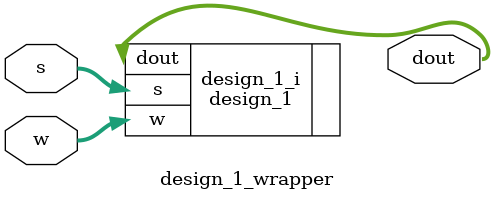
<source format=v>
`timescale 1 ps / 1 ps

module design_1_wrapper
   (dout,
    s,
    w);
  output [3:0]dout;
  input [1:0]s;
  input [3:0]w;

  wire [3:0]dout;
  wire [1:0]s;
  wire [3:0]w;

  design_1 design_1_i
       (.dout(dout),
        .s(s),
        .w(w));
endmodule

</source>
